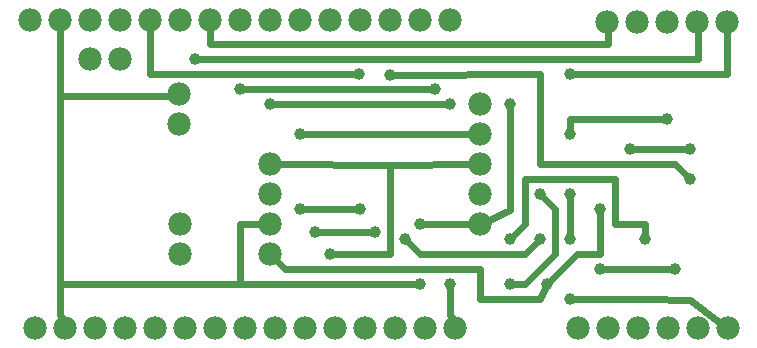
<source format=gbl>
G04 MADE WITH FRITZING*
G04 WWW.FRITZING.ORG*
G04 DOUBLE SIDED*
G04 HOLES PLATED*
G04 CONTOUR ON CENTER OF CONTOUR VECTOR*
%ASAXBY*%
%FSLAX23Y23*%
%MOIN*%
%OFA0B0*%
%SFA1.0B1.0*%
%ADD10C,0.039370*%
%ADD11C,0.078000*%
%ADD12C,0.024000*%
%LNCOPPER0*%
G90*
G70*
G54D10*
X1668Y826D03*
X1368Y426D03*
X2268Y676D03*
X1167Y927D03*
X2193Y776D03*
X2068Y676D03*
X1868Y926D03*
X1868Y526D03*
X1868Y726D03*
X1468Y826D03*
X1668Y376D03*
X1968Y476D03*
X868Y826D03*
X768Y876D03*
X1418Y876D03*
X1018Y401D03*
X1218Y401D03*
X1868Y176D03*
X1168Y476D03*
X1318Y376D03*
X1268Y925D03*
X968Y726D03*
X618Y976D03*
X2218Y276D03*
X1868Y376D03*
X1768Y376D03*
X1768Y526D03*
X1793Y226D03*
X2268Y577D03*
X1068Y326D03*
X1468Y226D03*
X1668Y226D03*
G54D11*
X1468Y1106D03*
X1368Y1106D03*
X1268Y1106D03*
X1168Y1106D03*
X1068Y1106D03*
X968Y1106D03*
X868Y1106D03*
X768Y1106D03*
X668Y1106D03*
X568Y1106D03*
X468Y1106D03*
X368Y1106D03*
X268Y1106D03*
X168Y1106D03*
X68Y1106D03*
X1486Y80D03*
X1386Y80D03*
X1286Y80D03*
X1186Y80D03*
X1086Y80D03*
X986Y80D03*
X886Y80D03*
X786Y80D03*
X686Y80D03*
X586Y80D03*
X486Y80D03*
X386Y80D03*
X286Y80D03*
X186Y80D03*
X86Y80D03*
X2395Y80D03*
X2295Y80D03*
X2195Y80D03*
X2095Y80D03*
X1995Y80D03*
X1895Y80D03*
X1568Y426D03*
X1568Y526D03*
X1568Y626D03*
X1568Y726D03*
X1568Y826D03*
X1568Y426D03*
X1568Y526D03*
X1568Y626D03*
X1568Y726D03*
X1568Y826D03*
X568Y326D03*
X568Y426D03*
X568Y326D03*
X568Y426D03*
X566Y760D03*
X566Y860D03*
X566Y760D03*
X566Y860D03*
X868Y326D03*
X868Y426D03*
X868Y526D03*
X868Y626D03*
X868Y326D03*
X868Y426D03*
X868Y526D03*
X868Y626D03*
X2393Y1101D03*
X2293Y1101D03*
X2193Y1101D03*
X2093Y1101D03*
X1993Y1101D03*
X368Y976D03*
X268Y976D03*
X368Y976D03*
X268Y976D03*
G54D10*
X1968Y276D03*
X2118Y376D03*
X1368Y226D03*
X968Y476D03*
G54D12*
X1668Y475D02*
X1586Y435D01*
D02*
X1668Y819D02*
X1668Y475D01*
D02*
X1376Y426D02*
X1549Y426D01*
D02*
X1868Y777D02*
X1868Y734D01*
D02*
X2186Y776D02*
X1868Y777D01*
D02*
X2076Y676D02*
X2261Y676D01*
D02*
X168Y1087D02*
X169Y852D01*
D02*
X169Y852D02*
X169Y227D01*
D02*
X169Y227D02*
X169Y126D01*
D02*
X169Y126D02*
X180Y98D01*
D02*
X169Y227D02*
X768Y226D01*
D02*
X518Y852D02*
X169Y852D01*
D02*
X547Y857D02*
X518Y852D01*
D02*
X1361Y226D02*
X768Y226D01*
D02*
X768Y226D02*
X768Y426D01*
D02*
X768Y426D02*
X849Y426D01*
D02*
X2393Y926D02*
X1876Y926D01*
D02*
X2393Y1082D02*
X2393Y926D01*
D02*
X2118Y426D02*
X2118Y384D01*
D02*
X2018Y426D02*
X2118Y426D01*
D02*
X2019Y577D02*
X2018Y426D01*
D02*
X1718Y576D02*
X2019Y577D01*
D02*
X1969Y327D02*
X1893Y327D01*
D02*
X1893Y327D02*
X1799Y232D01*
D02*
X1968Y469D02*
X1969Y327D01*
D02*
X1549Y626D02*
X1269Y625D01*
D02*
X1269Y625D02*
X887Y626D01*
D02*
X876Y826D02*
X1461Y826D01*
D02*
X1718Y426D02*
X1674Y382D01*
D02*
X1718Y576D02*
X1718Y426D01*
D02*
X776Y876D02*
X1411Y876D01*
D02*
X1211Y401D02*
X1026Y401D01*
D02*
X2118Y176D02*
X2268Y175D01*
D02*
X2268Y175D02*
X2380Y91D01*
D02*
X1876Y176D02*
X2118Y176D01*
D02*
X469Y1087D02*
X470Y926D01*
D02*
X470Y926D02*
X1159Y927D01*
D02*
X669Y1087D02*
X669Y1027D01*
D02*
X1994Y1027D02*
X1994Y1082D01*
D02*
X669Y1027D02*
X1994Y1027D01*
D02*
X882Y313D02*
X919Y277D01*
D02*
X919Y277D02*
X1568Y276D01*
D02*
X1768Y176D02*
X1790Y219D01*
D02*
X1568Y176D02*
X1768Y176D01*
D02*
X1568Y276D02*
X1568Y176D01*
D02*
X1269Y327D02*
X1269Y625D01*
D02*
X1076Y326D02*
X1269Y327D01*
D02*
X1161Y476D02*
X976Y476D01*
D02*
X1368Y326D02*
X1324Y371D01*
D02*
X1718Y326D02*
X1368Y326D01*
D02*
X1763Y371D02*
X1718Y326D01*
D02*
X1468Y726D02*
X1549Y726D01*
D02*
X976Y726D02*
X1468Y726D01*
D02*
X2294Y976D02*
X2294Y1082D01*
D02*
X626Y976D02*
X2294Y976D01*
D02*
X1469Y126D02*
X1468Y219D01*
D02*
X1480Y98D02*
X1469Y126D01*
D02*
X1276Y925D02*
X1768Y926D01*
D02*
X2218Y626D02*
X2263Y583D01*
D02*
X1768Y626D02*
X2218Y626D01*
D02*
X1768Y926D02*
X1768Y626D01*
D02*
X2118Y276D02*
X2211Y276D01*
D02*
X1976Y276D02*
X2118Y276D01*
D02*
X1719Y227D02*
X1676Y226D01*
D02*
X1768Y276D02*
X1719Y227D01*
D02*
X1818Y326D02*
X1768Y276D01*
D02*
X1818Y476D02*
X1818Y326D01*
D02*
X1774Y521D02*
X1818Y476D01*
D02*
X1868Y426D02*
X1868Y384D01*
D02*
X1868Y519D02*
X1868Y426D01*
G04 End of Copper0*
M02*
</source>
